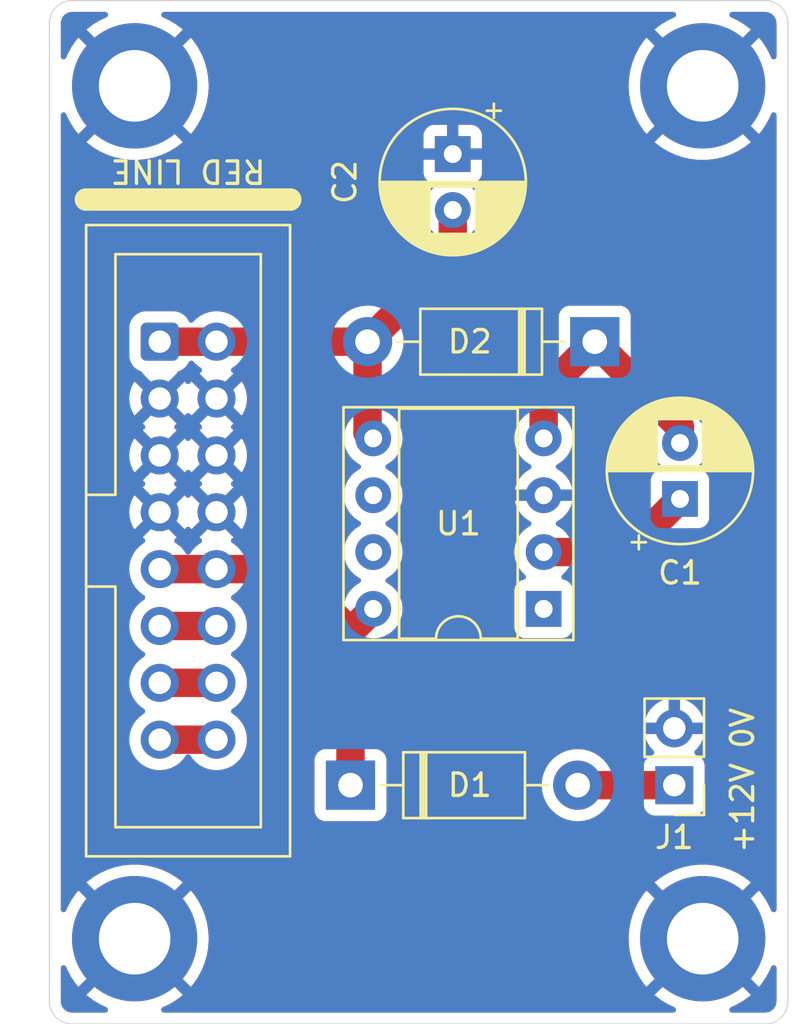
<source format=kicad_pcb>
(kicad_pcb (version 20211014) (generator pcbnew)
  (layers (0 "F.Cu" signal) (31 "B.Cu" signal) (36 "B.SilkS" user "B.Silkscreen") (37 "F.SilkS" user "F.Silkscreen") (38 "B.Mask" user) (39 "F.Mask" user) (44 "Edge.Cuts" user))
  (net 0 "")
  (net 1 "Net-(C1-Pad1)")
  (net 2 "Net-(C1-Pad2)")
  (net 3 "GND")
  (net 4 "+12V")
  (net 5 "Net-(D1-Pad2)")
  (net 6 "unconnected-(J2-Pad11)")
  (net 7 "unconnected-(J2-Pad13)")
  (net 8 "unconnected-(J2-Pad15)")
  (net 12 "Net-(D2-Pad2)")
  (footprint "MountingHole:MountingHole_3.2mm_M3_DIN965_Pad" (layer "F.Cu") (at 153.162 82.042)
    (fp_text reference "H4" hide)
    (fp_text value "MountingHole_Pad" hide)
    (pad "1" thru_hole circle locked (at 0 0) (size 5.6 5.6) (drill 3.2) (layers *.Cu *.Mask) (net 3 "GND"))
  )
  (footprint "MountingHole:MountingHole_3.2mm_M3_DIN965_Pad" (layer "F.Cu") (at 127.762 82.042)
    (fp_text reference "H1" hide)
    (fp_text value "MountingHole_Pad" hide)
    (pad "1" thru_hole circle locked (at 0 0) (size 5.6 5.6) (drill 3.2) (layers *.Cu *.Mask) (net 3 "GND"))
  )
  (footprint "MountingHole:MountingHole_3.2mm_M3_DIN965_Pad" (layer "F.Cu") (at 153.162 120.142)
    (fp_text reference "H3" hide)
    (fp_text value "MountingHole_Pad" hide)
    (pad "1" thru_hole circle locked (at 0 0) (size 5.6 5.6) (drill 3.2) (layers *.Cu *.Mask) (net 3 "GND"))
  )
  (footprint "Rumblesan_Footprints:D_DO-41_SOD81_P10.16mm_Horizontal" (layer "F.Cu") (at 148.336 93.472 180)
    (fp_text reference "D2" (at 5.588 0) (layer "F.SilkS"))
    (fp_text value "1n5818")
    (fp_line (start 3.14 -1.47) (end 3.14 1.47) (layer "F.SilkS") (width 0.12))
    (fp_line (start 3.38 -1.47) (end 3.38 1.47) (layer "F.SilkS") (width 0.12))
    (fp_line (start 7.8 -1.47) (end 2.36 -1.47) (layer "F.SilkS") (width 0.12))
    (fp_line (start 2.36 -1.47) (end 2.36 1.47) (layer "F.SilkS") (width 0.12))
    (fp_line (start 2.36 1.47) (end 7.8 1.47) (layer "F.SilkS") (width 0.12))
    (fp_line (start 1.34 0) (end 2.36 0) (layer "F.SilkS") (width 0.12))
    (fp_line (start 7.8 1.47) (end 7.8 -1.47) (layer "F.SilkS") (width 0.12))
    (fp_line (start 8.82 0) (end 7.8 0) (layer "F.SilkS") (width 0.12))
    (fp_line (start 3.26 -1.47) (end 3.26 1.47) (layer "F.SilkS") (width 0.12))
    (pad "1" thru_hole rect (at 0 0 180) (size 2.2 2.2) (drill 1.1) (layers *.Cu *.Mask) (net 2 "Net-(C1-Pad2)"))
    (pad "2" thru_hole oval (at 10.16 0 180) (size 2.2 2.2) (drill 1.1) (layers *.Cu *.Mask) (net 12 "Net-(D2-Pad2)"))
  )
  (footprint "EurorackBasics:Eurorack_PowerHeader_2x08_P2.54mm_Shrouded" (layer "F.Cu") (at 128.883359 93.472)
    (fp_text reference "J2" hide)
    (fp_text value "Eurorack_Power_Large")
    (fp_text user "RED LINE" (at 1.27 -7.62 180 unlocked) (layer "F.SilkS"))
    (fp_line (start -1.98 10.94) (end -3.29 10.94) (layer "F.SilkS") (width 0.12))
    (fp_line (start 4.52 -3.91) (end 4.52 21.69) (layer "F.SilkS") (width 0.12))
    (fp_line (start 4.52 21.69) (end -1.98 21.69) (layer "F.SilkS") (width 0.12))
    (fp_line (start -1.98 6.84) (end -1.98 -3.91) (layer "F.SilkS") (width 0.12))
    (fp_line (start -1.98 10.94) (end -1.98 10.94) (layer "F.SilkS") (width 0.12))
    (fp_line (start -3.29 6.84) (end -1.98 6.84) (layer "F.SilkS") (width 0.12))
    (fp_line (start -1.98 -3.91) (end 4.52 -3.91) (layer "F.SilkS") (width 0.12))
    (fp_line (start -3.29 22.99) (end -3.29 -5.21) (layer "F.SilkS") (width 0.12))
    (fp_line (start -1.98 21.69) (end -1.98 10.94) (layer "F.SilkS") (width 0.12))
    (fp_line (start -3.29 -5.21) (end 5.83 -5.21) (layer "F.SilkS") (width 0.12))
    (fp_line (start 5.83 -5.21) (end 5.83 22.99) (layer "F.SilkS") (width 0.12))
    (fp_line (start -3.302 -6.35) (end 5.842 -6.35) (layer "F.SilkS") (width 1))
    (fp_line (start 5.83 22.99) (end -3.29 22.99) (layer "F.SilkS") (width 0.12))
    (pad "1" thru_hole roundrect (at 0 0) (size 1.7 1.7) (drill 1) (layers *.Cu *.Mask) (roundrect_rratio 0.1470588235) (net 12 "Net-(D2-Pad2)"))
    (pad "2" thru_hole circle (at 2.54 0) (size 1.7 1.7) (drill 1) (layers *.Cu *.Mask) (net 12 "Net-(D2-Pad2)"))
    (pad "3" thru_hole circle (at 0 2.54) (size 1.7 1.7) (drill 1) (layers *.Cu *.Mask) (net 3 "GND"))
    (pad "4" thru_hole circle (at 2.54 2.54) (size 1.7 1.7) (drill 1) (layers *.Cu *.Mask) (net 3 "GND"))
    (pad "5" thru_hole circle (at 0 5.08) (size 1.7 1.7) (drill 1) (layers *.Cu *.Mask) (net 3 "GND"))
    (pad "6" thru_hole circle (at 2.54 5.08) (size 1.7 1.7) (drill 1) (layers *.Cu *.Mask) (net 3 "GND"))
    (pad "7" thru_hole circle (at 0 7.62) (size 1.7 1.7) (drill 1) (layers *.Cu *.Mask) (net 3 "GND"))
    (pad "8" thru_hole circle (at 2.54 7.62) (size 1.7 1.7) (drill 1) (layers *.Cu *.Mask) (net 3 "GND"))
    (pad "9" thru_hole circle (at 0 10.16) (size 1.7 1.7) (drill 1) (layers *.Cu *.Mask) (net 4 "+12V"))
    (pad "10" thru_hole circle (at 2.54 10.16) (size 1.7 1.7) (drill 1) (layers *.Cu *.Mask) (net 4 "+12V"))
    (pad "11" thru_hole circle (at 0 12.7) (size 1.7 1.7) (drill 1) (layers *.Cu *.Mask) (net 6 "unconnected-(J2-Pad11)"))
    (pad "12" thru_hole circle (at 2.54 12.7) (size 1.7 1.7) (drill 1) (layers *.Cu *.Mask) (net 6 "unconnected-(J2-Pad11)"))
    (pad "13" thru_hole circle (at 0 15.24) (size 1.7 1.7) (drill 1) (layers *.Cu *.Mask) (net 7 "unconnected-(J2-Pad13)"))
    (pad "14" thru_hole circle (at 2.54 15.24) (size 1.7 1.7) (drill 1) (layers *.Cu *.Mask) (net 7 "unconnected-(J2-Pad13)"))
    (pad "15" thru_hole circle (at 0 17.78) (size 1.7 1.7) (drill 1) (layers *.Cu *.Mask) (net 8 "unconnected-(J2-Pad15)"))
    (pad "16" thru_hole circle (at 2.54 17.78) (size 1.7 1.7) (drill 1) (layers *.Cu *.Mask) (net 8 "unconnected-(J2-Pad15)"))
  )
  (footprint "Rumblesan_Footprints:DIP-8_W7.62mm_Socket" (layer "F.Cu") (at 146.05 105.41 180)
    (fp_text reference "U1" (at 3.81 3.81) (layer "F.SilkS"))
    (fp_text value "ICL7660")
    (fp_line (start -1.33 9.01) (end 8.95 9.01) (layer "F.SilkS") (width 0.12))
    (fp_line (start 1.16 8.95) (end 6.46 8.95) (layer "F.SilkS") (width 0.12))
    (fp_line (start 8.95 -1.39) (end -1.33 -1.39) (layer "F.SilkS") (width 0.12))
    (fp_line (start 6.46 8.95) (end 6.46 -1.33) (layer "F.SilkS") (width 0.12))
    (fp_line (start 1.16 -1.33) (end 1.16 8.95) (layer "F.SilkS") (width 0.12))
    (fp_line (start 6.46 -1.33) (end 4.81 -1.33) (layer "F.SilkS") (width 0.12))
    (fp_line (start 2.81 -1.33) (end 1.16 -1.33) (layer "F.SilkS") (width 0.12))
    (fp_line (start 8.95 9.01) (end 8.95 -1.39) (layer "F.SilkS") (width 0.12))
    (fp_line (start -1.33 -1.39) (end -1.33 9.01) (layer "F.SilkS") (width 0.12))
    (fp_arc (start 4.81 -1.33) (mid 3.81 -0.33) (end 2.81 -1.33) (layer "F.SilkS") (width 0.12))
    (pad "1" thru_hole rect locked (at 0 0 180) (size 1.6 1.6) (drill 0.8) (layers *.Cu *.Mask))
    (pad "2" thru_hole oval locked (at 0 2.54 180) (size 1.6 1.6) (drill 0.8) (layers *.Cu *.Mask) (net 1 "Net-(C1-Pad1)"))
    (pad "3" thru_hole oval locked (at 0 5.08 180) (size 1.6 1.6) (drill 0.8) (layers *.Cu *.Mask) (net 3 "GND"))
    (pad "4" thru_hole oval locked (at 0 7.62 180) (size 1.6 1.6) (drill 0.8) (layers *.Cu *.Mask) (net 2 "Net-(C1-Pad2)"))
    (pad "5" thru_hole oval locked (at 7.62 7.62 180) (size 1.6 1.6) (drill 0.8) (layers *.Cu *.Mask) (net 12 "Net-(D2-Pad2)"))
    (pad "6" thru_hole oval locked (at 7.62 5.08 180) (size 1.6 1.6) (drill 0.8) (layers *.Cu *.Mask))
    (pad "7" thru_hole oval locked (at 7.62 2.54 180) (size 1.6 1.6) (drill 0.8) (layers *.Cu *.Mask))
    (pad "8" thru_hole oval locked (at 7.62 0 180) (size 1.6 1.6) (drill 0.8) (layers *.Cu *.Mask) (net 4 "+12V"))
  )
  (footprint "Rumblesan_Footprints:CP_Radial_D6.3mm_P2.50mm" (layer "F.Cu") (at 141.986 85.09 -90)
    (fp_text reference "C2" (at 1.25 4.826 90) (layer "F.SilkS"))
    (fp_text value "10uF")
    (fp_line (start 3.851 -1.944) (end 3.851 1.944) (layer "F.SilkS") (width 0.12))
    (fp_line (start 3.331 1.04) (end 3.331 2.484) (layer "F.SilkS") (width 0.12))
    (fp_line (start -2.250241 -1.839) (end -1.620241 -1.839) (layer "F.SilkS") (width 0.12))
    (fp_line (start 1.77 -3.189) (end 1.77 -1.04) (layer "F.SilkS") (width 0.12))
    (fp_line (start 3.531 -2.305) (end 3.531 -1.04) (layer "F.SilkS") (width 0.12))
    (fp_line (start 3.531 1.04) (end 3.531 2.305) (layer "F.SilkS") (width 0.12))
    (fp_line (start 3.491 1.04) (end 3.491 2.343) (layer "F.SilkS") (width 0.12))
    (fp_line (start 2.811 1.04) (end 2.811 2.834) (layer "F.SilkS") (width 0.12))
    (fp_line (start 2.131 -3.11) (end 2.131 -1.04) (layer "F.SilkS") (width 0.12))
    (fp_line (start 2.251 -3.074) (end 2.251 -1.04) (layer "F.SilkS") (width 0.12))
    (fp_line (start 2.931 -2.766) (end 2.931 -1.04) (layer "F.SilkS") (width 0.12))
    (fp_line (start 2.691 1.04) (end 2.691 2.896) (layer "F.SilkS") (width 0.12))
    (fp_line (start 3.411 -2.416) (end 3.411 -1.04) (layer "F.SilkS") (width 0.12))
    (fp_line (start 3.051 -2.69) (end 3.051 -1.04) (layer "F.SilkS") (width 0.12))
    (fp_line (start 1.73 1.04) (end 1.73 3.195) (layer "F.SilkS") (width 0.12))
    (fp_line (start 4.211 -1.35) (end 4.211 1.35) (layer "F.SilkS") (width 0.12))
    (fp_line (start 1.57 1.04) (end 1.57 3.215) (layer "F.SilkS") (width 0.12))
    (fp_line (start 3.371 1.04) (end 3.371 2.45) (layer "F.SilkS") (width 0.12))
    (fp_line (start 2.131 1.04) (end 2.131 3.11) (layer "F.SilkS") (width 0.12))
    (fp_line (start 3.451 -2.38) (end 3.451 -1.04) (layer "F.SilkS") (width 0.12))
    (fp_line (start 3.051 1.04) (end 3.051 2.69) (layer "F.SilkS") (width 0.12))
    (fp_line (start 2.291 -3.061) (end 2.291 -1.04) (layer "F.SilkS") (width 0.12))
    (fp_line (start 1.81 1.04) (end 1.81 3.182) (layer "F.SilkS") (width 0.12))
    (fp_line (start 2.051 1.04) (end 2.051 3.131) (layer "F.SilkS") (width 0.12))
    (fp_line (start 3.331 -2.484) (end 3.331 -1.04) (layer "F.SilkS") (width 0.12))
    (fp_line (start -1.935241 -2.154) (end -1.935241 -1.524) (layer "F.SilkS") (width 0.12))
    (fp_line (start 4.491 -0.402) (end 4.491 0.402) (layer "F.SilkS") (width 0.12))
    (fp_line (start 4.291 -1.165) (end 4.291 1.165) (layer "F.SilkS") (width 0.12))
    (fp_line (start 3.171 1.04) (end 3.171 2.607) (layer "F.SilkS") (width 0.12))
    (fp_line (start 2.211 1.04) (end 2.211 3.086) (layer "F.SilkS") (width 0.12))
    (fp_line (start 1.93 1.04) (end 1.93 3.159) (layer "F.SilkS") (width 0.12))
    (fp_line (start 4.131 -1.509) (end 4.131 1.509) (layer "F.SilkS") (width 0.12))
    (fp_line (start 1.49 1.04) (end 1.49 3.222) (layer "F.SilkS") (width 0.12))
    (fp_line (start 3.251 -2.548) (end 3.251 -1.04) (layer "F.SilkS") (width 0.12))
    (fp_line (start 2.011 1.04) (end 2.011 3.141) (layer "F.SilkS") (width 0.12))
    (fp_line (start 3.971 -1.776) (end 3.971 1.776) (layer "F.SilkS") (width 0.12))
    (fp_line (start 3.211 1.04) (end 3.211 2.578) (layer "F.SilkS") (width 0.12))
    (fp_line (start 4.091 -1.581) (end 4.091 1.581) (layer "F.SilkS") (width 0.12))
    (fp_line (start 3.611 -2.224) (end 3.611 2.224) (layer "F.SilkS") (width 0.12))
    (fp_line (start 3.411 1.04) (end 3.411 2.416) (layer "F.SilkS") (width 0.12))
    (fp_line (start 3.491 -2.343) (end 3.491 -1.04) (layer "F.SilkS") (width 0.12))
    (fp_line (start 3.451 1.04) (end 3.451 2.38) (layer "F.SilkS") (width 0.12))
    (fp_line (start 2.611 1.04) (end 2.611 2.934) (layer "F.SilkS") (width 0.12))
    (fp_line (start 4.411 -0.802) (end 4.411 0.802) (layer "F.SilkS") (width 0.12))
    (fp_line (start 2.571 -2.952) (end 2.571 -1.04) (layer "F.SilkS") (width 0.12))
    (fp_line (start 4.331 -1.059) (end 4.331 1.059) (layer "F.SilkS") (width 0.12))
    (fp_line (start 1.73 -3.195) (end 1.73 -1.04) (layer "F.SilkS") (width 0.12))
    (fp_line (start 2.811 -2.834) (end 2.811 -1.04) (layer "F.SilkS") (width 0.12))
    (fp_line (start 1.69 -3.201) (end 1.69 -1.04) (layer "F.SilkS") (width 0.12))
    (fp_line (start 2.411 1.04) (end 2.411 3.018) (layer "F.SilkS") (width 0.12))
    (fp_line (start 2.731 -2.876) (end 2.731 -1.04) (layer "F.SilkS") (width 0.12))
    (fp_line (start 1.45 -3.224) (end 1.45 3.224) (layer "F.SilkS") (width 0.12))
    (fp_line (start 2.851 -2.812) (end 2.851 -1.04) (layer "F.SilkS") (width 0.12))
    (fp_line (start 2.211 -3.086) (end 2.211 -1.04) (layer "F.SilkS") (width 0.12))
    (fp_line (start 2.371 -3.033) (end 2.371 -1.04) (layer "F.SilkS") (width 0.12))
    (fp_line (start 2.531 1.04) (end 2.531 2.97) (layer "F.SilkS") (width 0.12))
    (fp_line (start 3.811 -1.995) (end 3.811 1.995) (layer "F.SilkS") (width 0.12))
    (fp_line (start 1.65 -3.206) (end 1.65 -1.04) (layer "F.SilkS") (width 0.12))
    (fp_line (start 1.69 1.04) (end 1.69 3.201) (layer "F.SilkS") (width 0.12))
    (fp_line (start 2.931 1.04) (end 2.931 2.766) (layer "F.SilkS") (width 0.12))
    (fp_line (start 3.011 1.04) (end 3.011 2.716) (layer "F.SilkS") (width 0.12))
    (fp_line (start 2.011 -3.141) (end 2.011 -1.04) (layer "F.SilkS") (width 0.12))
    (fp_line (start 4.251 -1.262) (end 4.251 1.262) (layer "F.SilkS") (width 0.12))
    (fp_line (start 2.851 1.04) (end 2.851 2.812) (layer "F.SilkS") (width 0.12))
    (fp_line (start 3.691 -2.137) (end 3.691 2.137) (layer "F.SilkS") (width 0.12))
    (fp_line (start 2.891 -2.79) (end 2.891 -1.04) (layer "F.SilkS") (width 0.12))
    (fp_line (start 3.771 -2.044) (end 3.771 2.044) (layer "F.SilkS") (width 0.12))
    (fp_line (start 3.291 1.04) (end 3.291 2.516) (layer "F.SilkS") (width 0.12))
    (fp_line (start 2.091 -3.121) (end 2.091 -1.04) (layer "F.SilkS") (width 0.12))
    (fp_line (start 1.29 -3.23) (end 1.29 3.23) (layer "F.SilkS") (width 0.12))
    (fp_line (start 4.051 -1.65) (end 4.051 1.65) (layer "F.SilkS") (width 0.12))
    (fp_line (start 3.131 -2.636) (end 3.131 -1.04) (layer "F.SilkS") (width 0.12))
    (fp_line (start 1.37 -3.228) (end 1.37 3.228) (layer "F.SilkS") (width 0.12))
    (fp_line (start 1.77 1.04) (end 1.77 3.189) (layer "F.SilkS") (width 0.12))
    (fp_line (start 1.41 -3.227) (end 1.41 3.227) (layer "F.SilkS") (width 0.12))
    (fp_line (start 4.011 -1.714) (end 4.011 1.714) (layer "F.SilkS") (width 0.12))
    (fp_line (start 1.971 -3.15) (end 1.971 -1.04) (layer "F.SilkS") (width 0.12))
    (fp_line (start 1.33 -3.23) (end 1.33 3.23) (layer "F.SilkS") (width 0.12))
    (fp_line (start 1.93 -3.159) (end 1.93 -1.04) (layer "F.SilkS") (width 0.12))
    (fp_line (start 2.691 -2.896) (end 2.691 -1.04) (layer "F.SilkS") (width 0.12))
    (fp_line (start 1.25 -3.23) (end 1.25 3.23) (layer "F.SilkS") (width 0.12))
    (fp_line (start 3.731 -2.092) (end 3.731 2.092) (layer "F.SilkS") (width 0.12))
    (fp_line (start 1.53 -3.218) (end 1.53 -1.04) (layer "F.SilkS") (width 0.12))
    (fp_line (start 2.771 1.04) (end 2.771 2.856) (layer "F.SilkS") (width 0.12))
    (fp_line (start 1.53 1.04) (end 1.53 3.218) (layer "F.SilkS") (width 0.12))
    (fp_line (start 3.931 -1.834) (end 3.931 1.834) (layer "F.SilkS") (width 0.12))
    (fp_line (start 4.451 -0.633) (end 4.451 0.633) (layer "F.SilkS") (width 0.12))
    (fp_line (start 2.731 1.04) (end 2.731 2.876) (layer "F.SilkS") (width 0.12))
    (fp_line (start 2.531 -2.97) (end 2.531 -1.04) (layer "F.SilkS") (width 0.12))
    (fp_line (start 1.85 -3.175) (end 1.85 -1.04) (layer "F.SilkS") (width 0.12))
    (fp_line (start 2.411 -3.018) (end 2.411 -1.04) (layer "F.SilkS") (width 0.12))
    (fp_line (start 2.051 -3.131) (end 2.051 -1.04) (layer "F.SilkS") (width 0.12))
    (fp_line (start 1.61 -3.211) (end 1.61 -1.04) (layer "F.SilkS") (width 0.12))
    (fp_line (start 3.891 -1.89) (end 3.891 1.89) (layer "F.SilkS") (width 0.12))
    (fp_line (start 2.771 -2.856) (end 2.771 -1.04) (layer "F.SilkS") (width 0.12))
    (fp_line (start 2.171 1.04) (end 2.171 3.098) (layer "F.SilkS") (width 0.12))
    (fp_line (start 2.251 1.04) (end 2.251 3.074) (layer "F.SilkS") (width 0.12))
    (fp_line (start 2.331 -3.047) (end 2.331 -1.04) (layer "F.SilkS") (width 0.12))
    (fp_line (start 3.291 -2.516) (end 3.291 -1.04) (layer "F.SilkS") (width 0.12))
    (fp_line (start 1.85 1.04) (end 1.85 3.175) (layer "F.SilkS") (width 0.12))
    (fp_line (start 2.451 -3.002) (end 2.451 -1.04) (layer "F.SilkS") (width 0.12))
    (fp_line (start 2.451 1.04) (end 2.451 3.002) (layer "F.SilkS") (width 0.12))
    (fp_line (start 2.891 1.04) (end 2.891 2.79) (layer "F.SilkS") (width 0.12))
    (fp_line (start 3.011 -2.716) (end 3.011 -1.04) (layer "F.SilkS") (width 0.12))
    (fp_line (start 2.491 -2.986) (end 2.491 -1.04) (layer "F.SilkS") (width 0.12))
    (fp_line (start 2.491 1.04) (end 2.491 2.986) (layer "F.SilkS") (width 0.12))
    (fp_line (start 3.171 -2.607) (end 3.171 -1.04) (layer "F.SilkS") (width 0.12))
    (fp_line (start 2.091 1.04) (end 2.091 3.121) (layer "F.SilkS") (width 0.12))
    (fp_line (start 3.251 1.04) (end 3.251 2.548) (layer "F.SilkS") (width 0.12))
    (fp_line (start 2.651 1.04) (end 2.651 2.916) (layer "F.SilkS") (width 0.12))
    (fp_line (start 3.371 -2.45) (end 3.371 -1.04) (layer "F.SilkS") (width 0.12))
    (fp_line (start 4.171 -1.432) (end 4.171 1.432) (layer "F.SilkS") (width 0.12))
    (fp_line (start 2.171 -3.098) (end 2.171 -1.04) (layer "F.SilkS") (width 0.12))
    (fp_line (start 3.091 1.04) (end 3.091 2.664) (layer "F.SilkS") (width 0.12))
    (fp_line (start 1.61 1.04) (end 1.61 3.211) (layer "F.SilkS") (width 0.12))
    (fp_line (start 2.651 -2.916) (end 2.651 -1.04) (layer "F.SilkS") (width 0.12))
    (fp_line (start 3.571 -2.265) (end 3.571 2.265) (layer "F.SilkS") (width 0.12))
    (fp_line (start 2.971 -2.742) (end 2.971 -1.04) (layer "F.SilkS") (width 0.12))
    (fp_line (start 1.57 -3.215) (end 1.57 -1.04) (layer "F.SilkS") (width 0.12))
    (fp_line (start 3.211 -2.578) (end 3.211 -1.04) (layer "F.SilkS") (width 0.12))
    (fp_line (start 1.971 1.04) (end 1.971 3.15) (layer "F.SilkS") (width 0.12))
    (fp_line (start 4.371 -0.94) (end 4.371 0.94) (layer "F.SilkS") (width 0.12))
    (fp_line (start 2.371 1.04) (end 2.371 3.033) (layer "F.SilkS") (width 0.12))
    (fp_line (start 2.571 1.04) (end 2.571 2.952) (layer "F.SilkS") (width 0.12))
    (fp_line (start 1.65 1.04) (end 1.65 3.206) (layer "F.SilkS") (width 0.12))
    (fp_line (start 2.331 1.04) (end 2.331 3.047) (layer "F.SilkS") (width 0.12))
    (fp_line (start 1.81 -3.182) (end 1.81 -1.04) (layer "F.SilkS") (width 0.12))
    (fp_line (start 1.89 -3.167) (end 1.89 -1.04) (layer "F.SilkS") (width 0.12))
    (fp_line (start 2.611 -2.934) (end 2.611 -1.04) (layer "F.SilkS") (width 0.12))
    (fp_line (start 3.131 1.04) (end 3.131 2.636) (layer "F.SilkS") (width 0.12))
    (fp_line (start 3.651 -2.182) (end 3.651 2.182) (layer "F.SilkS") (width 0.12))
    (fp_line (start 1.89 1.04) (end 1.89 3.167) (layer "F.SilkS") (width 0.12))
    (fp_line (start 3.091 -2.664) (end 3.091 -1.04) (layer "F.SilkS") (width 0.12))
    (fp_line (start 2.971 1.04) (end 2.971 2.742) (layer "F.SilkS") (width 0.12))
    (fp_line (start 2.291 1.04) (end 2.291 3.061) (layer "F.SilkS") (width 0.12))
    (fp_line (start 1.49 -3.222) (end 1.49 -1.04) (layer "F.SilkS") (width 0.12))
    (fp_circle (center 1.25 0) (end 4.52 0) (layer "F.SilkS") (width 0.12) (fill none))
    (pad "1" thru_hole rect locked (at 0 0 270) (size 1.6 1.6) (drill 0.8) (layers *.Cu *.Mask) (net 3 "GND"))
    (pad "2" thru_hole circle locked (at 2.5 0 270) (size 1.6 1.6) (drill 0.8) (layers *.Cu *.Mask) (net 12 "Net-(D2-Pad2)"))
  )
  (footprint "Rumblesan_Footprints:D_DO-41_SOD81_P10.16mm_Horizontal" (layer "F.Cu") (at 137.414 113.284)
    (fp_text reference "D1" (at 5.334 0) (layer "F.SilkS"))
    (fp_text value "1n5818")
    (fp_line (start 8.82 0) (end 7.8 0) (layer "F.SilkS") (width 0.12))
    (fp_line (start 3.38 -1.47) (end 3.38 1.47) (layer "F.SilkS") (width 0.12))
    (fp_line (start 1.34 0) (end 2.36 0) (layer "F.SilkS") (width 0.12))
    (fp_line (start 3.14 -1.47) (end 3.14 1.47) (layer "F.SilkS") (width 0.12))
    (fp_line (start 7.8 -1.47) (end 2.36 -1.47) (layer "F.SilkS") (width 0.12))
    (fp_line (start 2.36 -1.47) (end 2.36 1.47) (layer "F.SilkS") (width 0.12))
    (fp_line (start 3.26 -1.47) (end 3.26 1.47) (layer "F.SilkS") (width 0.12))
    (fp_line (start 2.36 1.47) (end 7.8 1.47) (layer "F.SilkS") (width 0.12))
    (fp_line (start 7.8 1.47) (end 7.8 -1.47) (layer "F.SilkS") (width 0.12))
    (pad "1" thru_hole rect (at 0 0) (size 2.2 2.2) (drill 1.1) (layers *.Cu *.Mask) (net 4 "+12V"))
    (pad "2" thru_hole oval (at 10.16 0) (size 2.2 2.2) (drill 1.1) (layers *.Cu *.Mask) (net 5 "Net-(D1-Pad2)"))
  )
  (footprint "Connector_PinHeader_2.54mm:PinHeader_1x02_P2.54mm_Vertical" (layer "F.Cu") (at 151.892 113.284 180)
    (fp_text reference "J1" (at 0 -2.33) (layer "F.SilkS"))
    (fp_text value "Power Supply")
    (fp_line (start -1.33 -1.33) (end 0 -1.33) (layer "F.SilkS") (width 0.12))
    (fp_line (start -1.33 1.27) (end 1.33 1.27) (layer "F.SilkS") (width 0.12))
    (fp_line (start -1.33 3.87) (end 1.33 3.87) (layer "F.SilkS") (width 0.12))
    (fp_line (start -1.33 1.27) (end -1.33 3.87) (layer "F.SilkS") (width 0.12))
    (fp_line (start -1.33 0) (end -1.33 -1.33) (layer "F.SilkS") (width 0.12))
    (fp_line (start 1.33 1.27) (end 1.33 3.87) (layer "F.SilkS") (width 0.12))
    (pad "1" thru_hole rect locked (at 0 0 180) (size 1.7 1.7) (drill 1) (layers *.Cu *.Mask) (net 5 "Net-(D1-Pad2)"))
    (pad "2" thru_hole oval locked (at 0 2.54 180) (size 1.7 1.7) (drill 1) (layers *.Cu *.Mask) (net 3 "GND"))
  )
  (footprint "MountingHole:MountingHole_3.2mm_M3_DIN965_Pad" (layer "F.Cu") (at 127.762 120.142)
    (fp_text reference "H2" hide)
    (fp_text value "MountingHole_Pad" hide)
    (pad "1" thru_hole circle locked (at 0 0) (size 5.6 5.6) (drill 3.2) (layers *.Cu *.Mask) (net 3 "GND"))
  )
  (footprint "Rumblesan_Footprints:CP_Radial_D6.3mm_P2.50mm" (layer "F.Cu") (at 152.146 100.49638 90)
    (fp_text reference "C1" (at -3.302 0 180) (layer "F.SilkS"))
    (fp_text value "10uF")
    (fp_line (start 2.771 1.04) (end 2.771 2.856) (layer "F.SilkS") (width 0.12))
    (fp_line (start 4.451 -0.633) (end 4.451 0.633) (layer "F.SilkS") (width 0.12))
    (fp_line (start 4.251 -1.262) (end 4.251 1.262) (layer "F.SilkS") (width 0.12))
    (fp_line (start 4.171 -1.432) (end 4.171 1.432) (layer "F.SilkS") (width 0.12))
    (fp_line (start 3.491 -2.343) (end 3.491 -1.04) (layer "F.SilkS") (width 0.12))
    (fp_line (start 1.77 -3.189) (end 1.77 -1.04) (layer "F.SilkS") (width 0.12))
    (fp_line (start 2.611 -2.934) (end 2.611 -1.04) (layer "F.SilkS") (width 0.12))
    (fp_line (start 1.37 -3.228) (end 1.37 3.228) (layer "F.SilkS") (width 0.12))
    (fp_line (start 2.811 -2.834) (end 2.811 -1.04) (layer "F.SilkS") (width 0.12))
    (fp_line (start 3.211 -2.578) (end 3.211 -1.04) (layer "F.SilkS") (width 0.12))
    (fp_line (start -2.250241 -1.839) (end -1.620241 -1.839) (layer "F.SilkS") (width 0.12))
    (fp_line (start 1.53 -3.218) (end 1.53 -1.04) (layer "F.SilkS") (width 0.12))
    (fp_line (start 2.491 1.04) (end 2.491 2.986) (layer "F.SilkS") (width 0.12))
    (fp_line (start 2.451 1.04) (end 2.451 3.002) (layer "F.SilkS") (width 0.12))
    (fp_line (start 3.531 -2.305) (end 3.531 -1.04) (layer "F.SilkS") (width 0.12))
    (fp_line (start 2.051 1.04) (end 2.051 3.131) (layer "F.SilkS") (width 0.12))
    (fp_line (start 3.411 1.04) (end 3.411 2.416) (layer "F.SilkS") (width 0.12))
    (fp_line (start 3.091 1.04) (end 3.091 2.664) (layer "F.SilkS") (width 0.12))
    (fp_line (start 3.611 -2.224) (end 3.611 2.224) (layer "F.SilkS") (width 0.12))
    (fp_line (start 1.65 1.04) (end 1.65 3.206) (layer "F.SilkS") (width 0.12))
    (fp_line (start 2.571 -2.952) (end 2.571 -1.04) (layer "F.SilkS") (width 0.12))
    (fp_line (start 2.691 -2.896) (end 2.691 -1.04) (layer "F.SilkS") (width 0.12))
    (fp_line (start 4.051 -1.65) (end 4.051 1.65) (layer "F.SilkS") (width 0.12))
    (fp_line (start 2.971 1.04) (end 2.971 2.742) (layer "F.SilkS") (width 0.12))
    (fp_line (start 1.73 1.04) (end 1.73 3.195) (layer "F.SilkS") (width 0.12))
    (fp_line (start 1.25 -3.23) (end 1.25 3.23) (layer "F.SilkS") (width 0.12))
    (fp_line (start 3.651 -2.182) (end 3.651 2.182) (layer "F.SilkS") (width 0.12))
    (fp_line (start 2.531 -2.97) (end 2.531 -1.04) (layer "F.SilkS") (width 0.12))
    (fp_line (start 1.49 1.04) (end 1.49 3.222) (layer "F.SilkS") (width 0.12))
    (fp_line (start 2.531 1.04) (end 2.531 2.97) (layer "F.SilkS") (width 0.12))
    (fp_line (start 3.291 1.04) (end 3.291 2.516) (layer "F.SilkS") (width 0.12))
    (fp_line (start 1.41 -3.227) (end 1.41 3.227) (layer "F.SilkS") (width 0.12))
    (fp_line (start 2.171 -3.098) (end 2.171 -1.04) (layer "F.SilkS") (width 0.12))
    (fp_line (start 2.411 -3.018) (end 2.411 -1.04) (layer "F.SilkS") (width 0.12))
    (fp_line (start 4.131 -1.509) (end 4.131 1.509) (layer "F.SilkS") (width 0.12))
    (fp_line (start 2.171 1.04) (end 2.171 3.098) (layer "F.SilkS") (width 0.12))
    (fp_line (start 3.411 -2.416) (end 3.411 -1.04) (layer "F.SilkS") (width 0.12))
    (fp_line (start 1.971 -3.15) (end 1.971 -1.04) (layer "F.SilkS") (width 0.12))
    (fp_line (start 2.091 -3.121) (end 2.091 -1.04) (layer "F.SilkS") (width 0.12))
    (fp_line (start 3.811 -1.995) (end 3.811 1.995) (layer "F.SilkS") (width 0.12))
    (fp_line (start 3.011 -2.716) (end 3.011 -1.04) (layer "F.SilkS") (width 0.12))
    (fp_line (start 2.931 1.04) (end 2.931 2.766) (layer "F.SilkS") (width 0.12))
    (fp_line (start 1.971 1.04) (end 1.971 3.15) (layer "F.SilkS") (width 0.12))
    (fp_line (start 4.211 -1.35) (end 4.211 1.35) (layer "F.SilkS") (width 0.12))
    (fp_line (start 1.85 1.04) (end 1.85 3.175) (layer "F.SilkS") (width 0.12))
    (fp_line (start 4.371 -0.94) (end 4.371 0.94) (layer "F.SilkS") (width 0.12))
    (fp_line (start 3.251 1.04) (end 3.251 2.548) (layer "F.SilkS") (width 0.12))
    (fp_line (start 2.211 -3.086) (end 2.211 -1.04) (layer "F.SilkS") (width 0.12))
    (fp_line (start 3.331 -2.484) (end 3.331 -1.04) (layer "F.SilkS") (width 0.12))
    (fp_line (start 3.371 1.04) (end 3.371 2.45) (layer "F.SilkS") (width 0.12))
    (fp_line (start 3.371 -2.45) (end 3.371 -1.04) (layer "F.SilkS") (width 0.12))
    (fp_line (start 1.45 -3.224) (end 1.45 3.224) (layer "F.SilkS") (width 0.12))
    (fp_line (start 1.93 -3.159) (end 1.93 -1.04) (layer "F.SilkS") (width 0.12))
    (fp_line (start 3.491 1.04) (end 3.491 2.343) (layer "F.SilkS") (width 0.12))
    (fp_line (start 2.211 1.04) (end 2.211 3.086) (layer "F.SilkS") (width 0.12))
    (fp_line (start 1.85 -3.175) (end 1.85 -1.04) (layer "F.SilkS") (width 0.12))
    (fp_line (start 2.931 -2.766) (end 2.931 -1.04) (layer "F.SilkS") (width 0.12))
    (fp_line (start 2.971 -2.742) (end 2.971 -1.04) (layer "F.SilkS") (width 0.12))
    (fp_line (start 2.251 1.04) (end 2.251 3.074) (layer "F.SilkS") (width 0.12))
    (fp_line (start 4.011 -1.714) (end 4.011 1.714) (layer "F.SilkS") (width 0.12))
    (fp_line (start 2.131 1.04) (end 2.131 3.11) (layer "F.SilkS") (width 0.12))
    (fp_line (start 2.371 -3.033) (end 2.371 -1.04) (layer "F.SilkS") (width 0.12))
    (fp_line (start 3.731 -2.092) (end 3.731 2.092) (layer "F.SilkS") (width 0.12))
    (fp_line (start 2.691 1.04) (end 2.691 2.896) (layer "F.SilkS") (width 0.12))
    (fp_line (start 1.69 1.04) (end 1.69 3.201) (layer "F.SilkS") (width 0.12))
    (fp_line (start 2.091 1.04) (end 2.091 3.121) (layer "F.SilkS") (width 0.12))
    (fp_line (start 2.851 -2.812) (end 2.851 -1.04) (layer "F.SilkS") (width 0.12))
    (fp_line (start 3.051 -2.69) (end 3.051 -1.04) (layer "F.SilkS") (width 0.12))
    (fp_line (start 2.891 1.04) (end 2.891 2.79) (layer "F.SilkS") (width 0.12))
    (fp_line (start 3.131 -2.636) (end 3.131 -1.04) (layer "F.SilkS") (width 0.12))
    (fp_line (start 3.971 -1.776) (end 3.971 1.776) (layer "F.SilkS") (width 0.12))
    (fp_line (start 3.291 -2.516) (end 3.291 -1.04) (layer "F.SilkS") (width 0.12))
    (fp_line (start 2.131 -3.11) (end 2.131 -1.04) (layer "F.SilkS") (width 0.12))
    (fp_line (start 1.61 -3.211) (end 1.61 -1.04) (layer "F.SilkS") (width 0.12))
    (fp_line (start 2.371 1.04) (end 2.371 3.033) (layer "F.SilkS") (width 0.12))
    (fp_line (start 3.571 -2.265) (end 3.571 2.265) (layer "F.SilkS") (width 0.12))
    (fp_line (start 2.451 -3.002) (end 2.451 -1.04) (layer "F.SilkS") (width 0.12))
    (fp_line (start 2.411 1.04) (end 2.411 3.018) (layer "F.SilkS") (width 0.12))
    (fp_line (start 3.251 -2.548) (end 3.251 -1.04) (layer "F.SilkS") (width 0.12))
    (fp_line (start 4.291 -1.165) (end 4.291 1.165) (layer "F.SilkS") (width 0.12))
    (fp_line (start 1.61 1.04) (end 1.61 3.211) (layer "F.SilkS") (width 0.12))
    (fp_line (start 3.771 -2.044) (end 3.771 2.044) (layer "F.SilkS") (width 0.12))
    (fp_line (start 2.651 -2.916) (end 2.651 -1.04) (layer "F.SilkS") (width 0.12))
    (fp_line (start 1.49 -3.222) (end 1.49 -1.04) (layer "F.SilkS") (width 0.12))
    (fp_line (start 2.251 -3.074) (end 2.251 -1.04) (layer "F.SilkS") (width 0.12))
    (fp_line (start 3.891 -1.89) (end 3.891 1.89) (layer "F.SilkS") (width 0.12))
    (fp_line (start 3.851 -1.944) (end 3.851 1.944) (layer "F.SilkS") (width 0.12))
    (fp_line (start 2.331 1.04) (end 2.331 3.047) (layer "F.SilkS") (width 0.12))
    (fp_line (start 2.851 1.04) (end 2.851 2.812) (layer "F.SilkS") (width 0.12))
    (fp_line (start 1.33 -3.23) (end 1.33 3.23) (layer "F.SilkS") (width 0.12))
    (fp_line (start 1.77 1.04) (end 1.77 3.189) (layer "F.SilkS") (width 0.12))
    (fp_line (start 2.611 1.04) (end 2.611 2.934) (layer "F.SilkS") (width 0.12))
    (fp_line (start 2.011 -3.141) (end 2.011 -1.04) (layer "F.SilkS") (width 0.12))
    (fp_line (start 2.651 1.04) (end 2.651 2.916) (layer "F.SilkS") (width 0.12))
    (fp_line (start 1.81 1.04) (end 1.81 3.182) (layer "F.SilkS") (width 0.12))
    (fp_line (start 2.051 -3.131) (end 2.051 -1.04) (layer "F.SilkS") (width 0.12))
    (fp_line (start 3.931 -1.834) (end 3.931 1.834) (layer "F.SilkS") (width 0.12))
    (fp_line (start 1.57 -3.215) (end 1.57 -1.04) (layer "F.SilkS") (width 0.12))
    (fp_line (start 3.011 1.04) (end 3.011 2.716) (layer "F.SilkS") (width 0.12))
    (fp_line (start 3.171 -2.607) (end 3.171 -1.04) (layer "F.SilkS") (width 0.12))
    (fp_line (start 1.69 -3.201) (end 1.69 -1.04) (layer "F.SilkS") (width 0.12))
    (fp_line (start 2.331 -3.047) (end 2.331 -1.04) (layer "F.SilkS") (width 0.12))
    (fp_line (start 1.57 1.04) (end 1.57 3.215) (layer "F.SilkS") (width 0.12))
    (fp_line (start 3.171 1.04) (end 3.171 2.607) (layer "F.SilkS") (width 0.12))
    (fp_line (start 1.81 -3.182) (end 1.81 -1.04) (layer "F.SilkS") (width 0.12))
    (fp_line (start 2.811 1.04) (end 2.811 2.834) (layer "F.SilkS") (width 0.12))
    (fp_line (start 2.731 1.04) (end 2.731 2.876) (layer "F.SilkS") (width 0.12))
    (fp_line (start 3.331 1.04) (end 3.331 2.484) (layer "F.SilkS") (width 0.12))
    (fp_line (start 1.29 -3.23) (end 1.29 3.23) (layer "F.SilkS") (width 0.12))
    (fp_line (start 2.291 -3.061) (end 2.291 -1.04) (layer "F.SilkS") (width 0.12))
    (fp_line (start 4.411 -0.802) (end 4.411 0.802) (layer "F.SilkS") (width 0.12))
    (fp_line (start 1.53 1.04) (end 1.53 3.218) (layer "F.SilkS") (width 0.12))
    (fp_line (start 3.691 -2.137) (end 3.691 2.137) (layer "F.SilkS") (width 0.12))
    (fp_line (start 4.331 -1.059) (end 4.331 1.059) (layer "F.SilkS") (width 0.12))
    (fp_line (start 4.091 -1.581) (end 4.091 1.581) (layer "F.SilkS") (width 0.12))
    (fp_line (start -1.935241 -2.154) (end -1.935241 -1.524) (layer "F.SilkS") (width 0.12))
    (fp_line (start 1.89 1.04) (end 1.89 3.167) (layer "F.SilkS") (width 0.12))
    (fp_line (start 2.291 1.04) (end 2.291 3.061) (layer "F.SilkS") (width 0.12))
    (fp_line (start 2.891 -2.79) (end 2.891 -1.04) (layer "F.SilkS") (width 0.12))
    (fp_line (start 2.731 -2.876) (end 2.731 -1.04) (layer "F.SilkS") (width 0.12))
    (fp_line (start 1.93 1.04) (end 1.93 3.159) (layer "F.SilkS") (width 0.12))
    (fp_line (start 4.491 -0.402) (end 4.491 0.402) (layer "F.SilkS") (width 0.12))
    (fp_line (start 2.011 1.04) (end 2.011 3.141) (layer "F.SilkS") (width 0.12))
    (fp_line (start 2.491 -2.986) (end 2.491 -1.04) (layer "F.SilkS") (width 0.12))
    (fp_line (start 3.531 1.04) (end 3.531 2.305) (layer "F.SilkS") (width 0.12))
    (fp_line (start 3.211 1.04) (end 3.211 2.578) (layer "F.SilkS") (width 0.12))
    (fp_line (start 1.65 -3.206) (end 1.65 -1.04) (layer "F.SilkS") (width 0.12))
    (fp_line (start 3.451 1.04) (end 3.451 2.38) (layer "F.SilkS") (width 0.12))
    (fp_line (start 1.73 -3.195) (end 1.73 -1.04) (layer "F.SilkS") (width 0.12))
    (fp_line (start 3.131 1.04) (end 3.131 2.636) (layer "F.SilkS") (width 0.12))
    (fp_line (start 3.051 1.04) (end 3.051 2.69) (layer "F.SilkS") (width 0.12))
    (fp_line (start 2.771 -2.856) (end 2.771 -1.04) (layer "F.SilkS") (width 0.12))
    (fp_line (start 3.091 -2.664) (end 3.091 -1.04) (layer "F.SilkS") (width 0.12))
    (fp_line (start 1.89 -3.167) (end 1.89 -1.04) (layer "F.SilkS") (width 0.12))
    (fp_line (start 3.451 -2.38) (end 3.451 -1.04) (layer "F.SilkS") (width 0.12))
    (fp_line (start 2.571 1.04) (end 2.571 2.952) (layer "F.SilkS") (width 0.12))
    (fp_circle (center 1.25 0) (end 4.52 0) (layer "F.SilkS") (width 0.12) (fill none))
    (pad "1" thru_hole rect locked (at 0 0 90) (size 1.6 1.6) (drill 0.8) (layers *.Cu *.Mask) (net 1 "Net-(C1-Pad1)"))
    (pad "2" thru_hole circle locked (at 2.5 0 90) (size 1.6 1.6) (drill 0.8) (layers *.Cu *.Mask) (net 2 "Net-(C1-Pad2)"))
  )
  (gr_arc (start 155.956 78.232) (mid 156.67442 78.52958) (end 156.972 79.248) (layer "Edge.Cuts") (width 0.05))
  (gr_arc (start 156.972 122.936) (mid 156.67442 123.65442) (end 155.956 123.952) (layer "Edge.Cuts") (width 0.05))
  (gr_arc (start 124.968 123.952) (mid 124.24958 123.65442) (end 123.952 122.936) (layer "Edge.Cuts") (width 0.05))
  (gr_arc (start 123.952 79.248) (mid 124.24958 78.52958) (end 124.968 78.232) (layer "Edge.Cuts") (width 0.05))
  (gr_line (start 123.952 79.248) (end 123.952 122.936) (layer "Edge.Cuts") (width 0.05))
  (gr_line (start 124.968 123.952) (end 155.956 123.952) (layer "Edge.Cuts") (width 0.05))
  (gr_line (start 156.972 122.936) (end 156.972 79.248) (layer "Edge.Cuts") (width 0.05))
  (gr_line (start 155.956 78.232) (end 124.968 78.232) (layer "Edge.Cuts") (width 0.05))
  (gr_text "0V" (at 154.94 110.744 90) (layer "F.SilkS") (effects (font (size 1 1))))
  (gr_text "+12V" (at 154.94 114.3 90) (layer "F.SilkS") (effects (font (size 1 1))))
  (segment (start 149.77238 102.87) (end 152.146 100.49638) (width 1.27) (layer "F.Cu") (net 1))
  (segment (start 146.05 102.87) (end 149.77238 102.87) (width 1.27) (layer "F.Cu") (net 1))
  (segment (start 146.05 95.758) (end 148.336 93.472) (width 1.27) (layer "F.Cu") (net 2))
  (segment (start 152.146 97.99638) (end 152.146 97.282) (width 1.27) (layer "F.Cu") (net 2))
  (segment (start 146.05 97.79) (end 146.05 95.758) (width 1.27) (layer "F.Cu") (net 2))
  (segment (start 152.146 97.282) (end 148.336 93.472) (width 1.27) (layer "F.Cu") (net 2))
  (segment (start 137.414 106.426) (end 138.43 105.41) (width 1.27) (layer "F.Cu") (net 4))
  (segment (start 137.414 106.426) (end 134.62 103.632) (width 1.27) (layer "F.Cu") (net 4))
  (segment (start 137.414 113.284) (end 137.414 106.426) (width 1.27) (layer "F.Cu") (net 4))
  (segment (start 134.62 103.632) (end 131.423359 103.632) (width 1.27) (layer "F.Cu") (net 4))
  (segment (start 128.883359 103.632) (end 131.423359 103.632) (width 1.27) (layer "F.Cu") (net 4))
  (segment (start 147.574 113.284) (end 151.892 113.284) (width 1.27) (layer "F.Cu") (net 5))
  (segment (start 128.883359 106.172) (end 131.423359 106.172) (width 1.27) (layer "F.Cu") (net 6))
  (segment (start 128.883359 108.712) (end 131.423359 108.712) (width 1.27) (layer "F.Cu") (net 7))
  (segment (start 128.883359 111.252) (end 131.423359 111.252) (width 1.27) (layer "F.Cu") (net 8))
  (segment (start 138.176 97.536) (end 138.43 97.79) (width 1.27) (layer "F.Cu") (net 12))
  (segment (start 128.883359 93.472) (end 131.423359 93.472) (width 1.27) (layer "F.Cu") (net 12))
  (segment (start 141.986 87.54238) (end 141.986 89.662) (width 1.27) (layer "F.Cu") (net 12))
  (segment (start 131.423359 93.472) (end 138.176 93.472) (width 1.27) (layer "F.Cu") (net 12))
  (segment (start 138.176 93.472) (end 138.176 97.536) (width 1.27) (layer "F.Cu") (net 12))
  (segment (start 141.986 89.662) (end 138.176 93.472) (width 1.27) (layer "F.Cu") (net 12))
  (zone (net 3) (net_name "GND") (layers F&B.Cu) (connect_pads (clearance 0.508)) (min_thickness 0.254) (fill yes (thermal_gap 0.508) (thermal_bridge_width 0.508))
    (polygon (pts (xy 156.972 123.952) (xy 123.952 123.952) (xy 123.952 78.232) (xy 156.972 78.232)))
  )
)
</source>
